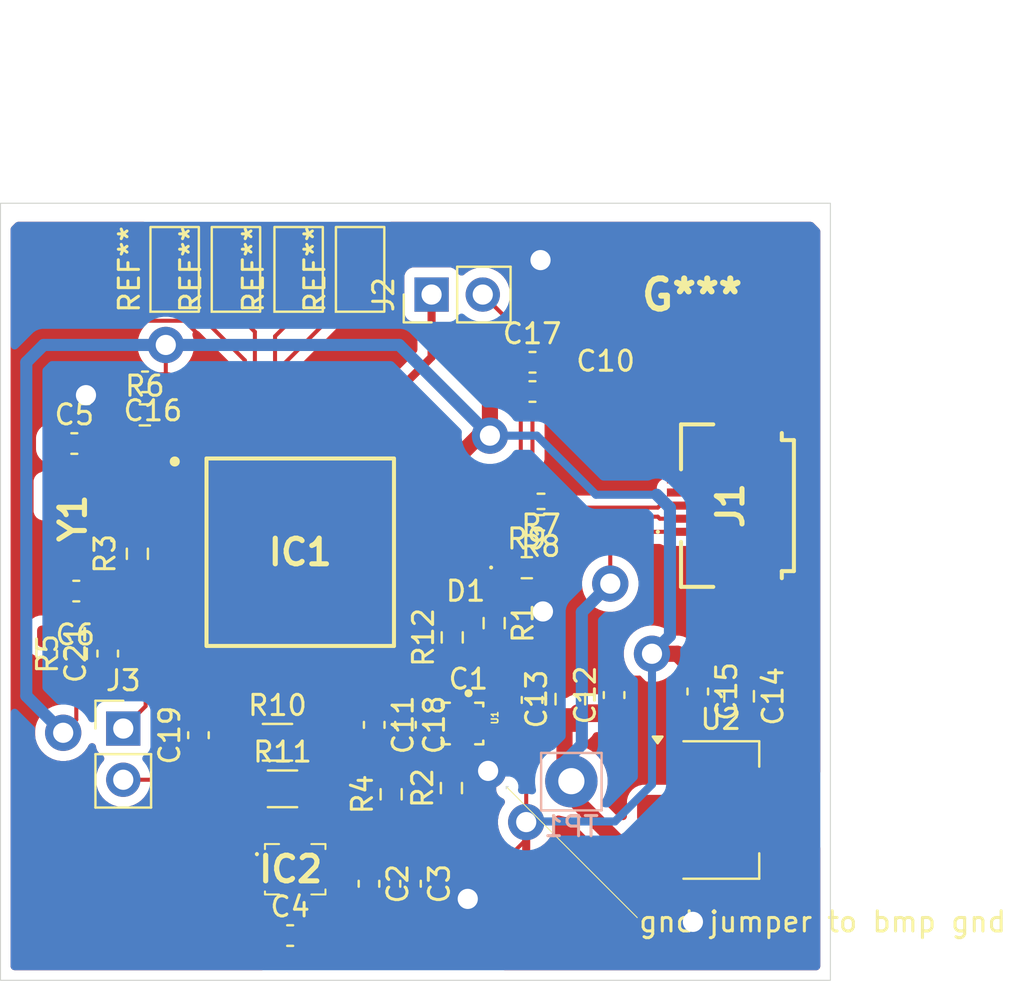
<source format=kicad_pcb>
(kicad_pcb (version 20241229) (generator "pcbnew") (generator_version "9.0")
  (layers (0 "F.Cu" signal) (2 "B.Cu" signal) (13 "F.Paste" user) (15 "B.Paste" user) (5 "F.SilkS" user "F.Silkscreen") (7 "B.SilkS" user "B.Silkscreen") (1 "F.Mask" user) (3 "B.Mask" user) (25 "Edge.Cuts" user))
  (net 0 "")
  (net 1 "/RCC_OUT")
  (net 2 "/RCC_IN")
  (net 3 "Net-(IC1-VCAP_2)")
  (net 4 "Net-(IC1-VCAP_1)")
  (net 5 "/USART2_RX")
  (net 7 "/SPI1_MOSI SPI1")
  (net 9 "/USART2_TX")
  (net 11 "/TIM4 PWM(4)")
  (net 13 "/LED_BLUE")
  (net 16 "/I2C2_SCL")
  (net 20 "/BUZZER OUTPUT")
  (net 27 "/SPI1_MISO SPI1")
  (net 28 "/BATT_CURRENT_SENS")
  (net 30 "/I2C2_SDA")
  (net 31 "/SPI1_CS")
  (net 32 "/SPI1_SCK SPI1")
  (net 34 "/TIM4 PWM(2)")
  (net 37 "/RSSI_ADC_PIN ADC1")
  (net 39 "/BATT_VOLTAGE_SENS")
  (net 45 "/TIM4 PWM(1)")
  (net 47 "/TIM4 PWM(3)")
  (net 58 "Net-(IC1-VDD_2)")
  (net 60 "+3.3V")
  (net 61 "GND")
  (net 62 "/NRST")
  (net 63 "/SWDIO")
  (net 64 "Net-(IC1-BOOT0)")
  (net 65 "/SWCLK")
  (net 66 "Net-(IC2-AP_SCL_{slash}_AP_SCLK)")
  (net 68 "+5V")
  (net 69 "Net-(U1-CSB)")
  (net 70 "Net-(Y1-CRYSTAL_1)")
  (net 71 "Net-(D1-K)")
  (net 72 "/OTG_FS_D+")
  (net 73 "/OTG_FS_D-")
  (net 74 "/D+")
  (net 75 "/D-")
  (net 76 "Net-(IC2-AP_CS)")
  (footprint "Capacitor_SMD:C_0603_1608Metric_Pad1.08x0.95mm_HandSolder" (layer "F.Cu") (at 143.03 108.1075 -90)
    (property "Reference" "C11")
    (property "Value" "2.2uF")
  )
  (footprint "Capacitor_SMD:C_0603_1608Metric_Pad1.08x0.95mm_HandSolder" (layer "F.Cu") (at 129.81 104.57 90)
    (property "Reference" "C20" (hide yes))
    (property "Value" "100nf")
  )
  (footprint "TestPoint:TestPoint_Keystone_5019_Miniature" (layer "F.Cu") (at 133.13 85.51 90)
    (property "Reference" "REF**")
    (property "Value" "TestPoint_Keystone_5019_Miniature")
  )
  (footprint "Capacitor_SMD:C_0603_1608Metric_Pad1.08x0.95mm_HandSolder" (layer "F.Cu") (at 142.77 115.99 -90)
    (property "Reference" "C2")
    (property "Value" "0.1uF")
  )
  (footprint "Connector_PinHeader_2.54mm:PinHeader_1x02_P2.54mm_Vertical" (layer "F.Cu") (at 130.58 108.29)
    (property "Reference" "J3")
    (property "Value" "Conn_01x02")
  )
  (footprint "Resistor_SMD:R_1206_3216Metric_Pad1.30x1.75mm_HandSolder" (layer "F.Cu") (at 138.48 111.28)
    (property "Reference" "R11")
    (property "Value" "R")
  )
  (footprint "LED_SMD:LED_0402_1005Metric_Pad0.77x0.64mm_HandSolder" (layer "F.Cu") (at 147.565 100.3 180)
    (property "Reference" "D1")
    (property "Value" "LED")
  )
  (footprint "Resistor_SMD:R_0603_1608Metric_Pad0.98x0.95mm_HandSolder" (layer "F.Cu") (at 146.9 103.7675 90)
    (property "Reference" "R12")
    (property "Value" "0R")
  )
  (footprint "Capacitor_SMD:C_0805_2012Metric_Pad1.18x1.45mm_HandSolder" (layer "F.Cu") (at 161.131252 106.688752 -90)
    (property "Reference" "C14")
    (property "Value" "10uf")
  )
  (footprint "Footprint:10104111-0001LF" (layer "F.Cu") (at 161.05 97.23 90)
    (property "Reference" "J1")
    (property "Value" "10104111-0001LF" (hide yes))
  )
  (footprint "Capacitor_SMD:C_0603_1608Metric_Pad1.08x0.95mm_HandSolder" (layer "F.Cu") (at 150.86 106.87 90)
    (property "Reference" "C1")
    (property "Value" "100nF")
  )
  (footprint "Footprint:BMP388" (layer "F.Cu") (at 147.41 108.04 -90)
    (property "Reference" "U1")
    (property "Value" "BMP388")
  )
  (footprint "Footprint:X32258MOB4SI" (layer "F.Cu") (at 128.08 97.86 90)
    (property "Reference" "Y1")
    (property "Value" "X32258MOB4SI" (hide yes))
  )
  (footprint "Resistor_SMD:R_0603_1608Metric_Pad0.98x0.95mm_HandSolder" (layer "F.Cu") (at 150.6 100.31)
    (property "Reference" "R9")
    (property "Value" "1k")
  )
  (footprint "Resistor_SMD:R_0603_1608Metric_Pad0.98x0.95mm_HandSolder" (layer "F.Cu") (at 146.86 111.2425 90)
    (property "Reference" "R2")
    (property "Value" "4.7k")
  )
  (footprint "Capacitor_SMD:C_0603_1608Metric_Pad1.08x0.95mm_HandSolder" (layer "F.Cu") (at 128.25 101.47 180)
    (property "Reference" "C6")
    (property "Value" "C")
  )
  (footprint "Resistor_SMD:R_0402_1005Metric_Pad0.72x0.64mm_HandSolder" (layer "F.Cu") (at 151.305 97.02 180)
    (property "Reference" "R7")
    (property "Value" "22R")
  )
  (footprint "TestPoint:TestPoint_Keystone_5019_Miniature" (layer "F.Cu") (at 142.33 85.51 90)
    (property "Reference" "REF**")
    (property "Value" "TestPoint_Keystone_5019_Miniature")
  )
  (footprint "Capacitor_SMD:C_0603_1608Metric_Pad1.08x0.95mm_HandSolder" (layer "F.Cu") (at 126.78 104.58 -90)
    (property "Reference" "C21")
    (property "Value" "100nf")
  )
  (footprint "Footprint:STM32F405RGT6" (layer "F.Cu") (at 139.36 99.542)
    (property "Reference" "IC1")
    (property "Value" "STM32F405RGT6" (hide yes))
  )
  (footprint "Capacitor_SMD:C_0805_2012Metric_Pad1.18x1.45mm_HandSolder" (layer "F.Cu") (at 152.76 106.83 90)
    (property "Reference" "C13")
    (property "Value" "10uf")
  )
  (footprint "Connector_PinHeader_2.54mm:PinHeader_1x02_P2.54mm_Vertical" (layer "F.Cu") (at 145.875 86.76 90)
    (property "Reference" "J2")
    (property "Value" "Conn_01x02")
  )
  (footprint "Capacitor_SMD:C_0603_1608Metric_Pad1.08x0.95mm_HandSolder" (layer "F.Cu") (at 128.1525 94.15)
    (property "Reference" "C5")
    (property "Value" "C")
  )
  (footprint "Capacitor_SMD:C_0603_1608Metric_Pad1.08x0.95mm_HandSolder" (layer "F.Cu") (at 134.31 108.62 90)
    (property "Reference" "C19")
    (property "Value" "100nf")
  )
  (footprint "Capacitor_SMD:C_0603_1608Metric_Pad1.08x0.95mm_HandSolder" (layer "F.Cu") (at 154.93 106.6275 90)
    (property "Reference" "C12")
    (property "Value" "100nf")
  )
  (footprint "Capacitor_SMD:C_0603_1608Metric_Pad1.08x0.95mm_HandSolder" (layer "F.Cu") (at 159.081252 106.451252 -90)
    (property "Reference" "C15")
    (property "Value" "100nf")
  )
  (footprint "Resistor_SMD:R_0603_1608Metric_Pad0.98x0.95mm_HandSolder" (layer "F.Cu") (at 143.87 111.55 90)
    (property "Reference" "R4")
    (property "Value" "4.7k")
  )
  (footprint "Package_TO_SOT_SMD:SOT-223-3_TabPin2" (layer "F.Cu") (at 160.22 112.33)
    (property "Reference" "U2")
    (property "Value" "AMS1117-3.3")
  )
  (footprint "LOGO" (layer "F.Cu") (at 158.8 86.78)
    (property "Reference" "G***")
    (property "Value" "LOGO" (hide yes))
  )
  (footprint "TestPoint:TestPoint_Keystone_5019_Miniature" (layer "F.Cu") (at 136.17 85.51 90)
    (property "Reference" "REF**")
    (property "Value" "TestPoint_Keystone_5019_Miniature")
  )
  (footprint "TestPoint:TestPoint_Keystone_5019_Miniature" (layer "F.Cu") (at 139.28 85.51 90)
    (property "Reference" "REF**")
    (property "Value" "TestPoint_Keystone_5019_Miniature")
  )
  (footprint "Capacitor_SMD:C_0603_1608Metric_Pad1.08x0.95mm_HandSolder" (layer "F.Cu") (at 138.86 118.56)
    (property "Reference" "C4")
    (property "Value" "2.2uF")
  )
  (footprint "Resistor_SMD:R_0603_1608Metric_Pad0.98x0.95mm_HandSolder" (layer "F.Cu") (at 131.28 99.62 90)
    (property "Reference" "R3")
    (property "Value" "150")
  )
  (footprint "Resistor_SMD:R_0603_1608Metric_Pad0.98x0.95mm_HandSolder" (layer "F.Cu") (at 131.65 92.73)
    (property "Reference" "R6")
    (property "Value" "10k")
  )
  (footprint "Capacitor_SMD:C_0603_1608Metric_Pad1.08x0.95mm_HandSolder" (layer "F.Cu") (at 150.8825 90.12)
    (property "Reference" "C17")
    (property "Value" "100nf")
  )
  (footprint "Resistor_SMD:R_0603_1608Metric_Pad0.98x0.95mm_HandSolder" (layer "F.Cu") (at 148.98 103.06 -90)
    (property "Reference" "R1")
    (property "Value" "4.7k")
  )
  (footprint "Capacitor_SMD:C_0603_1608Metric_Pad1.08x0.95mm_HandSolder" (layer "F.Cu") (at 131.66 91.09 180)
    (property "Reference" "C16")
    (property "Value" "100nf")
  )
  (footprint "Capacitor_SMD:C_0603_1608Metric_Pad1.08x0.95mm_HandSolder" (layer "F.Cu") (at 150.88 91.57)
    (property "Reference" "C10")
    (property "Value" "2.2uF")
  )
  (footprint "Resistor_SMD:R_1206_3216Metric_Pad1.30x1.75mm_HandSolder" (layer "F.Cu") (at 138.23 108.97)
    (property "Reference" "R10")
    (property "Value" "R")
  )
  (footprint "Footprint:ICM-42670-P" (layer "F.Cu") (at 139.11 115.27)
    (property "Reference" "IC2")
    (property "Value" "ICM-42670-P" (hide yes))
  )
  (footprint "Resistor_SMD:R_0603_1608Metric_Pad0.98x0.95mm_HandSolder" (layer "F.Cu") (at 128.25 104.58 90)
    (property "Reference" "R5")
    (property "Value" "10K")
  )
  (footprint "Capacitor_SMD:C_0603_1608Metric_Pad1.08x0.95mm_HandSolder" (layer "F.Cu") (at 144.83 115.9875 -90)
    (property "Reference" "C3")
    (property "Value" "2.2uF")
  )
  (footprint "Capacitor_SMD:C_0603_1608Metric_Pad1.08x0.95mm_HandSolder" (layer "F.Cu") (at 144.58 108.1075 -90)
    (property "Reference" "C18")
    (property "Value" "100nf")
  )
  (footprint "Resistor_SMD:R_0402_1005Metric_Pad0.72x0.64mm_HandSolder" (layer "F.Cu") (at 151.2875 98.08 180)
    (property "Reference" "R8")
    (property "Value" "22R")
  )
  (footprint "Connector_Pin:Pin_D1.3mm_L11.3mm_W2.8mm_Flat" (layer "B.Cu") (at 152.81 110.9 180)
    (property "Reference" "TP1")
    (property "Value" "TestPoint")
  )
  (gr_line (start 149.58 111.17) (end 156.08 117.67) (stroke (width 0.05)) (layer "F.SilkS"))
  (gr_line (start 149.58 111.17) (end 149.68 111.17) (stroke (width 0.05)) (layer "Edge.Cuts"))
  (gr_rect (start 124.49 82.23) (end 165.66 120.78) (stroke (width 0.05)) (fill no) (layer "Edge.Cuts"))
  (gr_line (start 149.58 111.28) (end 149.58 111.17) (stroke (width 0.05)) (layer "Edge.Cuts"))
  (gr_text "gnd jumper to bmp gnd \n" (at 156.08 118.46 0) (layer "F.SilkS") (effects (font (size 1 1)) (justify left bottom)))
  (segment (start 131.6955 98.292) (end 133.622 98.292) (width 0.2) (layer "F.Cu") (net 1))
  (segment (start 131.28 98.7075) (end 131.6955 98.292) (width 0.2) (layer "F.Cu") (net 1))
  (segment (start 127.23 96.76) (end 127.23 94.21) (width 0.2) (layer "F.Cu") (net 2))
  (segment (start 127.23 96.76) (end 127.23 96.962) (width 0.2) (layer "F.Cu") (net 2))
  (segment (start 128.06 97.792) (end 133.622 97.792) (width 0.2) (layer "F.Cu") (net 2))
  (segment (start 127.23 94.21) (end 127.29 94.15) (width 0.2) (layer "F.Cu") (net 2))
  (segment (start 127.23 96.962) (end 128.06 97.792) (width 0.2) (layer "F.Cu") (net 2))
  (segment (start 150.3 94.6) (end 150.3 92.37) (width 0.2) (layer "F.Cu") (net 3))
  (segment (start 145.098 96.292) (end 148.608 96.292) (width 0.2) (layer "F.Cu") (net 3))
  (segment (start 148.608 96.292) (end 150.3 94.6) (width 0.2) (layer "F.Cu") (net 3))
  (segment (start 150.3 92.37) (end 150.0175 92.0875) (width 0.2) (layer "F.Cu") (net 3))
  (segment (start 150.0175 92.0875) (end 150.0175 91.57) (width 0.2) (layer "F.Cu") (net 3))
  (segment (start 142.61 106.2695) (end 143.03 106.6895) (width 0.2) (layer "F.Cu") (net 4))
  (segment (start 142.61 105.28) (end 142.61 106.2695) (width 0.2) (layer "F.Cu") (net 4))
  (segment (start 143.03 106.6895) (end 143.03 107.245) (width 0.2) (layer "F.Cu") (net 4))
  (segment (start 130.58 108.29) (end 131.69 107.18) (width 0.2) (layer "F.Cu") (net 5))
  (segment (start 132.6951 102.792) (end 133.622 102.792) (width 0.2) (layer "F.Cu") (net 5))
  (segment (start 131.69 107.18) (end 131.69 103.7971) (width 0.2) (layer "F.Cu") (net 5))
  (segment (start 131.69 103.7971) (end 132.6951 102.792) (width 0.2) (layer "F.Cu") (net 5))
  (segment (start 138.61 114.37) (end 138.61 105.28) (width 0.2) (layer "F.Cu") (net 7))
  (segment (start 132.808 103.292) (end 132.25 103.85) (width 0.2) (layer "F.Cu") (net 9))
  (segment (start 133.622 103.292) (end 132.808 103.292) (width 0.2) (layer "F.Cu") (net 9))
  (segment (start 132.25 110.51) (end 131.93 110.83) (width 0.2) (layer "F.Cu") (net 9))
  (segment (start 131.93 110.83) (end 130.58 110.83) (width 0.2) (layer "F.Cu") (net 9))
  (segment (start 132.25 103.85) (end 132.25 110.51) (width 0.2) (layer "F.Cu") (net 9))
  (segment (start 136.61 90.02) (end 133.13 86.54) (width 0.2) (layer "F.Cu") (net 11))
  (segment (start 136.61 93.804) (end 136.61 90.02) (width 0.2) (layer "F.Cu") (net 11))
  (segment (start 133.13 86.54) (end 133.13 85.51) (width 0.2) (layer "F.Cu") (net 11))
  (segment (start 146.9845 100.292) (end 146.9925 100.3) (width 0.2) (layer "F.Cu") (net 13))
  (segment (start 145.098 100.292) (end 146.9845 100.292) (width 0.2) (layer "F.Cu") (net 13))
  (segment (start 142.0605 103.84) (end 144.96 103.84) (width 0.2) (layer "F.Cu") (net 16))
  (segment (start 148.8475 103.84) (end 148.98 103.9725) (width 0.2) (layer "F.Cu") (net 16))
  (segment (start 144.96 103.84) (end 145.67 103.84) (width 0.2) (layer "F.Cu") (net 16))
  (segment (start 147.16 107.275) (end 147.16 106.99) (width 0.2) (layer "F.Cu") (net 16))
  (segment (start 141.61 104.2905) (end 142.0605 103.84) (width 0.2) (layer "F.Cu") (net 16))
  (segment (start 147.16 106.99) (end 148.98 105.17) (width 0.2) (layer "F.Cu") (net 16))
  (segment (start 148.98 105.17) (end 148.98 103.9725) (width 0.2) (layer "F.Cu") (net 16))
  (segment (start 141.61 105.28) (end 141.61 104.2905) (width 0.2) (layer "F.Cu") (net 16))
  (segment (start 144.96 103.84) (end 148.8475 103.84) (width 0.2) (layer "F.Cu") (net 16))
  (segment (start 137.96 114.52) (end 138.159 114.321) (width 0.2) (layer "F.Cu") (net 27))
  (segment (start 138.159 114.321) (end 138.159 105.261) (width 0.2) (layer "F.Cu") (net 27))
  (segment (start 146.0029 108.04) (end 145.5 108.5429) (width 0.2) (layer "F.Cu") (net 30))
  (segment (start 141.956272 110.146272) (end 142.4475 110.6375) (width 0.2) (layer "F.Cu") (net 30))
  (segment (start 145.1825 110.6375) (end 143.87 110.6375) (width 0.2) (layer "F.Cu") (net 30))
  (segment (start 146.645 108.04) (end 146.0029 108.04) (width 0.2) (layer "F.Cu") (net 30))
  (segment (start 142.4475 110.6375) (end 143.87 110.6375) (width 0.2) (layer "F.Cu") (net 30))
  (segment (start 145.5 108.5429) (end 145.5 110.32) (width 0.2) (layer "F.Cu") (net 30))
  (segment (start 142.11 105.28) (end 142.11 106.164772) (width 0.2) (layer "F.Cu") (net 30))
  (segment (start 142.11 106.164772) (end 141.956272 106.3185) (width 0.2) (layer "F.Cu") (net 30))
  (segment (start 145.5 110.32) (end 145.1825 110.6375) (width 0.2) (layer "F.Cu") (net 30))
  (segment (start 141.956272 106.3185) (end 141.956272 110.146272) (width 0.2) (layer "F.Cu") (net 30))
  (segment (start 137.11 108.54) (end 137.11 105.28) (width 0.2) (layer "F.Cu") (net 31))
  (segment (start 136.68 108.97) (end 137.11 108.54) (width 0.2) (layer "F.Cu") (net 31))
  (segment (start 136.93 111.28) (end 137.63 110.58) (width 0.2) (layer "F.Cu") (net 32))
  (segment (start 137.63 105.3) (end 137.61 105.28) (width 0.2) (layer "F.Cu") (net 32))
  (segment (start 137.63 110.58) (end 137.63 105.3) (width 0.2) (layer "F.Cu") (net 32))
  (segment (start 138.11 93.804) (end 138.11 88.83) (width 0.2) (layer "F.Cu") (net 34))
  (segment (start 138.11 93.804) (end 138.11 92.95) (width 0.2) (layer "F.Cu") (net 34))
  (segment (start 138.11 88.83) (end 139.28 87.66) (width 0.2) (layer "F.Cu") (net 34))
  (segment (start 139.28 87.66) (end 139.28 85.51) (width 0.2) (layer "F.Cu") (net 34))
  (segment (start 138.61 90.14) (end 142.33 86.42) (width 0.2) (layer "F.Cu") (net 45))
  (segment (start 138.61 93.804) (end 138.61 90.14) (width 0.2) (layer "F.Cu") (net 45))
  (segment (start 142.33 86.42) (end 142.33 85.51) (width 0.2) (layer "F.Cu") (net 45))
  (segment (start 137.11 88.61) (end 136.17 87.67) (width 0.2) (layer "F.Cu") (net 47))
  (segment (start 136.17 87.67) (end 136.17 85.51) (width 0.2) (layer "F.Cu") (net 47))
  (segment (start 137.11 93.804) (end 137.11 88.61) (width 0.2) (layer "F.Cu") (net 47))
  (segment (start 147 104.6925) (end 145.7475 104.6925) (width 0.2) (layer "F.Cu") (net 58))
  (segment (start 143.11 105.51) (end 144.58 106.98) (width 0.2) (layer "F.Cu") (net 58))
  (segment (start 145.7475 104.6925) (end 144.58 105.86) (width 0.2) (layer "F.Cu") (net 58))
  (segment (start 144.58 106.98) (end 144.58 107.245) (width 0.2) (layer "F.Cu") (net 58))
  (segment (start 144.58 105.86) (end 144.58 107.245) (width 0.2) (layer "F.Cu") (net 58))
  (segment (start 143.11 105.28) (end 143.11 105.51) (width 0.2) (layer "F.Cu") (net 58))
  (segment (start 149.39 90.12) (end 150.02 90.12) (width 0.8) (layer "F.Cu") (net 60))
  (segment (start 130.92 104.64) (end 130.92 103.4042) (width 0.2) (layer "F.Cu") (net 60))
  (segment (start 148.9325 102.1475) (end 148.1125 102.9675) (width 0.2) (layer "F.Cu") (net 60))
  (segment (start 137.9975 118.56) (end 137.9975 119.3575) (width 0.4) (layer "F.Cu") (net 60))
  (segment (start 148.77 93.76) (end 148.24 93.76) (width 0.8) (layer "F.Cu") (net 60))
  (segment (start 143.87 112.4625) (end 146.5525 112.4625) (width 0.2) (layer "F.Cu") (net 60))
  (segment (start 158.0725 104.58) (end 159.081252 105.588752) (width 0.8) (layer "F.Cu") (net 60))
  (segment (start 141.8775 116.02) (end 142.77 115.1275) (width 0.2) (layer "F.Cu") (net 60))
  (segment (start 161.068752 105.588752) (end 161.131252 105.651252) (width 0.8) (layer "F.Cu") (net 60))
  (segment (start 150.93 107.8325) (end 150.93 107.6225) (width 0.2) (layer "F.Cu") (net 60))
  (segment (start 148.1125 102.9675) (end 147 102.9675) (width 0.2) (layer "F.Cu") (net 60))
  (segment (start 147.66 107.275) (end 147.9021 107.275) (width 0.2) (layer "F.Cu") (net 60))
  (segment (start 135.58 107.54) (end 135.58 108.2125) (width 0.2) (layer "F.Cu") (net 60))
  (segment (start 130.1275 105.4325) (end 130.92 104.64) (width 0.2) (layer "F.Cu") (net 60))
  (segment (start 146.5525 112.4625) (end 146.86 112.155) (width 0.2) (layer "F.Cu") (net 60))
  (segment (start 148.24 93.76) (end 146.459 95.541) (width 0.8) (layer "F.Cu") (net 60))
  (segment (start 132.69 90.9225) (end 132.5225 91.09) (width 0.2) (layer "F.Cu") (net 60))
  (segment (start 148.77 93.76) (end 148.77 90.74) (width 0.8) (layer "F.Cu") (net 60))
  (segment (start 163.37 106.77) (end 163.37 112.33) (width 0.8) (layer "F.Cu") (net 60))
  (segment (start 150.15 110.790058) (end 150.15 108.4425) (width 0.2) (layer "F.Cu") (net 60))
  (segment (start 144.83 115.125) (end 144.83 114.44) (width 0.2) (layer "F.Cu") (net 60))
  (segment (start 135.58 108.2125) (end 134.31 109.4825) (width 0.2) (layer "F.Cu") (net 60))
  (segment (start 150.86 107.7325) (end 150.615 107.7325) (width 0.2) (layer "F.Cu") (net 60))
  (segment (start 150.903388 113.46) (end 149.238388 115.125) (width 0.2) (layer "F.Cu") (net 60))
  (segment (start 127.6 108.5) (end 128.25 107.85) (width 0.2) (layer "F.Cu") (net 60))
  (segment (start 161.131252 105.651252) (end 162.251252 105.651252) (width 0.8) (layer "F.Cu") (net 60))
  (segment (start 150.04 103.2075) (end 148.98 102.1475) (width 0.2) (layer "F.Cu") (net 60))
  (segment (start 134.31 109.4825) (end 134.31 117.09) (width 0.4) (layer "F.Cu") (net 60))
  (segment (start 134.67 91.09) (end 132.5225 91.09) (width 0.2) (layer "F.Cu") (net 60))
  (segment (start 136.61 106.51) (end 135.58 107.54) (width 0.2) (layer "F.Cu") (net 60))
  (segment (start 137.9975 118.56) (end 138.61 117.9475) (width 0.2) (layer "F.Cu") (net 60))
  (segment (start 130.92 103.4042) (end 132.5322 101.792) (width 0.2) (layer "F.Cu") (net 60))
  (segment (start 150.57 112.93) (end 150.57 111.210058) (width 0.2) (layer "F.Cu") (net 60))
  (segment (start 150.15 108.4425) (end 150.86 107.7325) (width 0.2) (layer "F.Cu") (net 60))
  (segment (start 150.57 112.93) (end 150.04 113.46) (width 0.2) (layer "F.Cu") (net 60))
  (segment (start 134.31 117.09) (end 135.78 118.56) (width 0.4) (layer "F.Cu") (net 60))
  (segment (start 147.91 107.275) (end 148.175 107.54) (width 0.2) (layer "F.Cu") (net 60))
  (segment (start 145.098 95.792) (end 146.208 95.792) (width 0.2) (layer "F.Cu") (net 60))
  (segment (start 156.81 104.58) (end 158.0725 104.58) (width 0.8) (layer "F.Cu") (net 60))
  (segment (start 143.87 113.48) (end 143.87 112.4625) (width 0.2) (layer "F.Cu") (net 60))
  (segment (start 146.208 95.792) (end 148.24 93.76) (width 0.2) (layer "F.Cu") (net 60))
  (segment (start 144.8275 115.1275) (end 144.83 115.125) (width 0.2) (layer "F.Cu") (net 60))
  (segment (start 150.6675 107.54) (end 150.86 107.7325) (width 0.2) (layer "F.Cu") (net 60))
  (segment (start 146.459 95.541) (end 144.64 95.541) (width 0.8) (layer "F.Cu") (net 60))
  (segment (start 144.83 114.44) (end 143.87 113.48) (width 0.2) (layer "F.Cu") (net 60))
  (segment (start 148.77 90.74) (end 149.39 90.12) (width 0.8) (layer "F.Cu") (net 60))
  (segment (start 148.175 107.54) (end 150.6675 107.54) (width 0.2) (layer "F.Cu") (net 60))
  (segment (start 162.251252 105.651252) (end 163.37 106.77) (width 0.8) (layer "F.Cu") (net 60))
  (segment (start 150.57 111.210058) (end 150.15 110.790058) (width 0.2) (layer "F.Cu") (net 60))
  (segment (start 147.66 107.275) (end 147.91 107.275) (width 0.2) (layer "F.Cu") (net 60))
  (segment (start 128.25 105.4925) (end 129.75 105.4925) (width 0.2) (layer "F.Cu") (net 60))
  (segment (start 137.9975 119.3575) (end 138.49 119.85) (width 0.4) (layer "F.Cu") (net 60))
  (segment (start 136.61 105.28) (end 136.61 106.51) (width 0.2) (layer "F.Cu") (net 60))
  (segment (start 132.69 89.26) (end 132.69 90.9225) (width 0.2) (layer "F.Cu") (net 60))
  (segment (start 132.5322 101.792) (end 133.622 101.792) (width 0.2) (layer "F.Cu") (net 60))
  (segment (start 134.67 91.09) (end 135.61 92.03) (width 0.2) (layer "F.Cu") (net 60))
  (segment (start 150.57 117.74) (end 150.57 112.93) (width 0.4) (layer "F.Cu") (net 60))
  (segment (start 135.61 92.03) (end 135.61 93.804) (width 0.2) (layer "F.Cu") (net 60))
  (segment (start 129.75 105.4925) (end 129.81 105.4325) (width 0.2) (layer "F.Cu") (net 60))
  (segment (start 148.46 119.85) (end 150.57 117.74) (width 0.4) (layer "F.Cu") (net 60))
  (segment (start 149.238388 115.125) (end 144.83 115.125) (width 0.2) (layer "F.Cu") (net 60))
  (segment (start 148.98 102.1475) (end 148.9325 102.1475) (width 0.2) (layer "F.Cu") (net 60))
  (segment (start 163.37 112.33) (end 157.07 112.33) (width 0.8) (layer "F.Cu") (net 60))
  (segment (start 150.04 113.46) (end 150.57 113.46) (width 0.2) (layer "F.Cu") (net 60))
  (segment (start 150.04 105.1371) (end 150.04 103.2075) (width 0.2) (layer "F.Cu") (net 60))
  (segment (start 159.081252 105.588752) (end 161.068752 105.588752) (width 0.8) (layer "F.Cu") (net 60))
  (segment (start 128.25 107.85) (end 128.25 105.4925) (width 0.2) (layer "F.Cu") (net 60))
  (segment (start 129.81 105.4325) (end 130.1275 105.4325) (width 0.2) (layer "F.Cu") (net 60))
  (segment (start 142.77 115.1275) (end 144.8275 115.1275) (width 0.2) (layer "F.Cu") (net 60))
  (segment (start 135.78 118.56) (end 137.9975 118.56) (width 0.4) (layer "F.Cu") (net 60))
  (segment (start 138.61 117.9475) (end 138.61 116.17) (width 0.2) (layer "F.Cu") (net 60))
  (segment (start 138.49 119.85) (end 148.46 119.85) (width 0.4) (layer "F.Cu") (net 60))
  (segment (start 140.26 116.02) (end 141.8775 116.02) (width 0.2) (layer "F.Cu") (net 60))
  (segment (start 150.57 113.46) (end 150.57 117.74) (width 0.2) (layer "F.Cu") (net 60))
  (segment (start 147.9021 107.275) (end 150.04 105.1371) (width 0.2) (layer "F.Cu") (net 60))
  (via (at 132.69 89.26) (size 1.8) (drill 1) (layers "F.Cu" "B.Cu") (net 60))
  (via (at 156.81 104.58) (size 1.8) (drill 1) (layers "F.Cu" "B.Cu") (net 60))
  (via (at 150.57 112.93) (size 1.8) (drill 1) (layers "F.Cu" "B.Cu") (net 60))
  (via (at 148.77 93.76) (size 1.8) (drill 1) (layers "F.Cu" "B.Cu") (net 60))
  (via (at 127.6 108.5) (size 1.8) (drill 1) (layers "F.Cu" "B.Cu") (net 60))
  (segment (start 126.63 89.26) (end 132.69 89.26) (width 0.6) (layer "B.Cu") (net 60))
  (segment (start 154.97 112.9) (end 156.81 111.06) (width 0.4) (layer "B.Cu") (net 60))
  (segment (start 150.6 112.9) (end 154.97 112.9) (width 0.4) (layer "B.Cu") (net 60))
  (segment (start 151.1 93.76) (end 148.77 93.76) (width 0.4) (layer "B.Cu") (net 60))
  (segment (start 156.81 111.06) (end 156.81 104.58) (width 0.4) (layer "B.Cu") (net 60))
  (segment (start 144.27 89.26) (end 148.77 93.76) (width 0.6) (layer "B.Cu") (net 60))
  (segment (start 157.7 103.69) (end 156.81 104.58) (width 0.6) (layer "B.Cu") (net 60))
  (segment (start 150.329732 113.170268) (end 150.329732 113.19) (width 0.2) (layer "B.Cu") (net 60))
  (segment (start 125.769 106.669) (end 125.769 90.121) (width 0.6) (layer "B.Cu") (net 60))
  (segment (start 132.69 89.26) (end 144.27 89.26) (width 0.6) (layer "B.Cu") (net 60))
  (segment (start 127.6 108.5) (end 125.769 106.669) (width 0.6) (layer "B.Cu") (net 60))
  (segment (start 157.05 96.69) (end 157.7 97.34) (width 0.6) (layer "B.Cu") (net 60))
  (segment (start 150.57 112.93) (end 150.6 112.9) (width 0.4) (layer "B.Cu") (net 60))
  (segment (start 148.77 93.76) (end 148.88 93.87) (width 0.6) (layer "B.Cu") (net 60))
  (segment (start 157.7 97.34) (end 157.7 103.69) (width 0.6) (layer "B.Cu") (net 60))
  (segment (start 157.05 96.69) (end 154.03 96.69) (width 0.4) (layer "B.Cu") (net 60))
  (segment (start 154.03 96.69) (end 151.1 93.76) (width 0.4) (layer "B.Cu") (net 60))
  (segment (start 150.57 112.93) (end 150.329732 113.170268) (width 0.2) (layer "B.Cu") (net 60))
  (segment (start 125.769 90.121) (end 126.63 89.26) (width 0.6) (layer "B.Cu") (net 60))
  (segment (start 133.619 88.059) (end 136.11 90.55) (width 0.2) (layer "F.Cu") (net 61))
  (segment (start 130.7375 90.1375) (end 130.7375 92.73) (width 0.2) (layer "F.Cu") (net 61))
  (segment (start 152.7875 105.765) (end 152.76 105.7925) (width 0.2) (layer "F.Cu") (net 61))
  (segment (start 158.25 95.93) (end 158.22 95.93) (width 0.2) (layer "F.Cu") (net 61))
  (segment (start 128.41 91.07) (end 127.12 91.07) (width 0.2) (layer "F.Cu") (net 61))
  (segment (start 153.54 91.57) (end 155.45 93.48) (width 0.8) (layer "F.Cu") (net 61))
  (segment (start 150.86 103.02) (end 150.86 106.0075) (width 0.2) (layer "F.Cu") (net 61))
  (segment (start 159.493752 107.726252) (end 159.081252 107.313752) (width 0.2) (layer "F.Cu") (net 61))
  (segment (start 131.191 88.059) (end 133.619 88.059) (width 0.2) (layer "F.Cu") (net 61))
  (segment (start 126.11 107.08) (end 125.4 106.37) (width 0.2) (layer "F.Cu") (net 61))
  (segment (start 125.4 99.8) (end 125.4 100.11) (width 0.2) (layer "F.Cu") (net 61))
  (segment (start 128.73 91.75) (end 129.02 91.46) (width 0.2) (layer "F.Cu") (net 61))
  (segment (start 125.4 100.88) (end 125.99 101.47) (width 0.2) (layer "F.Cu") (net 61))
  (segment (start 126.78 105.4425) (end 126.78 105.15) (width 0.2) (layer "F.Cu") (net 61))
  (segment (start 151.4 102.48) (end 150.86 103.02) (width 0.2) (layer "F.Cu") (net 61))
  (segment (start 127.12 91.07) (end 125.4 92.79) (width 0.2) (layer "F.Cu") (net 61))
  (segment (start 129.015 92.745) (end 129.015 94.15) (width 0.2) (layer "F.Cu") (net 61))
  (segment (start 125.4 92.79) (end 125.4 100.11) (width 0.2) (layer "F.Cu") (net 61))
  (segment (start 152.76 105.7925) (end 152.9275 105.7925) (width 0.2) (layer "F.Cu") (net 61))
  (segment (start 125.4 100.77) (end 125.4 100.88) (width 0.2) (layer "F.Cu") (net 61))
  (segment (start 146.27 111.18) (end 145.901 110.811) (width 0.2) (layer "F.Cu") (net 61))
  (segment (start 132.4651 101.292) (end 130.0496 103.7075) (width 0.2) (layer "F.Cu") (net 61))
  (segment (start 129.925 89.325) (end 130.7375 90.1375) (width 0.2) (layer "F.Cu") (net 61))
  (segment (start 145.901 110.811) (end 145.901 108.709) (width 0.2) (layer "F.Cu") (net 61))
  (segment (start 128.9975 104.52) (end 129.81 103.7075) (width 0.2) (layer "F.Cu") (net 61))
  (segment (start 130.0496 103.7075) (end 129.81 103.7075) (width 0.2) (layer "F.Cu") (net 61))
  (segment (start 157.846248 107.313752) (end 159.081252 107.313752) (width 0.2) (layer "F.Cu") (net 61))
  (segment (start 147.67 116.74) (end 147.43 116.5) (width 0.2) (layer "F.Cu") (net 61))
  (segment (start 134.622 107.7575) (end 134.31 107.7575) (width 0.2) (layer "F.Cu") (net 61))
  (segment (start 144.58 108.62) (end 145.66 107.54) (width 0.2) (layer "F.Cu") (net 61))
  (segment (start 133.5925 107.7575) (end 134.31 107.7575) (width 0.2) (layer "F.Cu") (net 61))
  (segment (start 157.846248 107.313752) (end 157.733752 107.313752) (width 0.2) (layer "F.Cu") (net 61))
  (segment (start 133.11 112.43) (end 133.11 108.24) (width 0.2) (layer "F.Cu") (net 61))
  (segment (start 159.081252 107.313752) (end 160.718752 107.313752) (width 0.2) (layer "F.Cu") (net 61))
  (segment (start 128.11 113.27) (end 132.27 113.27) (width 0.2) (layer "F.Cu") (net 61))
  (segment (start 126.78 105.4425) (end 126.78 105.21) (width 0.2) (layer "F.Cu") (net 61))
  (segment (start 142.77 116.8525) (end 144.8275 116.8525) (width 0.2) (layer "F.Cu") (net 61))
  (segment (start 128.73 91.75) (end 128.73 91.39) (width 0.2) (layer "F.Cu") (net 61))
  (segment (start 160.718752 107.313752) (end 161.131252 107.726252) (width 0.2) (layer "F.Cu") (net 61))
  (segment (start 126.11 106.1125) (end 126.11 107.08) (width 0.2) (layer "F.Cu") (net 61))
  (segment (start 146.99 116.5) (end 146.6 116.89) (width 0.2) (layer "F.Cu") (net 61))
  (segment (start 148.68 110.39) (end 147.89 111.18) (width 0.2) (layer "F.Cu") (net 61))
  (segment (start 152.9275 105.7925) (end 152.955 105.765) (width 0.2) (layer "F.Cu") (net 61))
  (segment (start 152.955 105.765) (end 154.93 105.765) (width 0.2) (layer "F.Cu") (net 61))
  (segment (start 151.745 91.5675) (end 151.7425 91.57) (width 0.8) (layer "F.Cu") (net 61))
  (segment (start 155.45 93.48) (end 161.1 93.48) (width 0.8) (layer "F.Cu") (net 61))
  (segment (start 129.02 91.46) (end 129.02 90.23) (width 0.2) (layer "F.Cu") (net 61))
  (segment (start 160.95 95.93) (end 161.1 96.08) (width 0.2) (layer "F.Cu") (net 61))
  (segment (start 128.73 91.39) (end 128.41 91.07) (width 0.2) (layer "F.Cu") (net 61))
  (segment (start 136.11 105.28) (end 136.11 106.2695) (width 0.2) (layer "F.Cu") (net 61))
  (segment (start 145.66 107.54) (end 146.645 107.54) (width 0.2) (layer "F.Cu") (net 61))
  (segment (start 157.07 110.03) (end 157.07 108.09) (width 0.2) (layer "F.Cu") (net 61))
  (segment (start 126.11 111.27) (end 128.11 113.27) (width 0.2) (layer "F.Cu") (net 61))
  (segment (start 126.11 107.08) (end 126.11 111.27) (width 0.2) (layer "F.Cu") (net 61))
  (segment (start 151.7425 91.57) (end 153.54 91.57) (width 0.8) (layer "F.Cu") (net 61))
  (segment (start 136.11 102.09) (end 136.11 105.28) (width 0.2) (layer "F.Cu") (net 61))
  (segment (start 146.07 108.54) (end 146.645 108.54) (width 0.2) (layer "F.Cu") (net 61))
  (segment (start 136.11 90.55) (end 136.11 93.804) (width 0.2) (layer "F.Cu") (net 61))
  (segment (start 148.89 109.255) (end 148.175 108.54) (width 0.2) (layer "F.Cu") (net 61))
  (segment (start 141.0625 118.56) (end 142.77 116.8525) (width 0.2) (layer "F.Cu") (net 61))
  (segment (start 146.6 116.89) (end 144.87 116.89) (width 0.2) (layer "F.Cu") (net 61))
  (segment (start 152.545 106.0075) (end 152.76 105.7925) (width 0.2) (layer "F.Cu") (net 61))
  (segment (start 129.015 96.675) (end 128.93 96.76) (width 0.2) (layer "F.Cu") (net 61))
  (segment (start 129.02 92.04) (end 129.02 92.74) (width 0.2) (layer "F.Cu") (net 61))
  (segment (start 157.07 108.09) (end 157.846248 107.313752) (width 0.2) (layer "F.Cu") (net 61))
  (segment (start 136.11 106.2695) (end 134.622 107.7575) (width 0.2) (layer "F.Cu") (net 61))
  (segment (start 152.76 101.44) (end 152.76 105.7925) (width 0.2) (layer "F.Cu") (net 61))
  (segment (start 151.63 100.31) (end 152.76 101.44) (width 0.2) (layer "F.Cu") (net 61))
  (segment (start 126.78 105.4425) (end 126.78 105.35) (width 0.2) (layer "F.Cu") (net 61))
  (segment (start 150.9225 106.1) (end 150.93 106.1075) (width 0.2) (layer "F.Cu") (net 61))
  (segment (start 161.1 100.98) (end 161.1 93.48) (width 0.8) (layer "F.Cu") (net 61))
  (segment (start 158.25 95.93) (end 160.95 95.93) (width 0.2) (layer "F.Cu") (net 61))
  (segment (start 145.901 108.709) (end 146.07 108.54) (width 0.2) (layer "F.Cu") (net 61))
  (segment (start 139.7225 118.56) (end 141.0625 118.56) (width 0.2) (layer "F.Cu") (net 61))
  (segment (start 144.58 108.97) (end 143.03 108.97) (width 0.2) (layer "F.Cu") (net 61))
  (segment (start 129.02 90.23) (end 129.925 89.325) (width 0.2) (layer "F.Cu") (net 61))
  (segment (start 151.5125 100.31) (end 151.63 100.31) (width 0.2) (layer "F.Cu") (net 61))
  (segment (start 133.622 101.292) (end 132.4651 101.292) (width 0.2) (layer "F.Cu") (net 61))
  (segment (start 129.02 92.74) (end 129.015 92.745) (width 0.2) (layer "F.Cu") (net 61))
  (segment (start 132.27 113.27) (end 133.11 112.43) (width 0.2) (layer "F.Cu") (net 61))
  (segment (start 126.78 105.4425) (end 126.11 106.1125) (width 0.2) (layer "F.Cu") (net 61))
  (segment (start 133.11 108.24) (end 133.5925 107.7575) (width 0.2) (layer "F.Cu") (net 61))
  (segment (start 144.8275 116.8525) (end 144.83 116.85) (width 0.2) (layer "F.Cu") (net 61))
  (segment (start 148.68 110.39) (end 148.89 110.18) (width 0.2) (layer "F.Cu") (net 61))
  (segment (start 135.312 101.292) (end 136.11 102.09) (width 0.2) (layer "F.Cu") (net 61))
  (segment (start 127.23 98.96) (end 126.24 98.96) (width 0.2) (layer "F.Cu") (net 61))
  (segment (start 150.86 106.0075) (end 152.545 106.0075) (width 0.2) (layer "F.Cu") (net 61))
  (segment (start 144.58 108.97) (end 144.58 108.62) (width 0.2) (layer "F.Cu") (net 61))
  (segment (start 139.11 117.9475) (end 139.7225 118.56) (width 0.2) (layer "F.Cu") (net 61))
  (segment (start 147.89 111.18) (end 146.27 111.18) (width 0.2) (layer "F.Cu") (net 61))
  (segment (start 125.4 106.37) (end 125.4 100.77) (width 0.2) (layer "F.Cu") (net 61))
  (segment (start 151.745 90.12) (end 151.745 91.5675) (width 0.8) (layer "F.Cu") (net 61))
  (segment (start 129.015 93.045) (end 129.015 94.15) (width 0.2) (layer "F.Cu") (net 61))
  (segment (start 160.43 100.31) (end 161.1 100.98) (width 0.2) (layer "F.Cu") (net 61))
  (segment (start 133.622 101.292) (end 135.312 101.292) (width 0.2) (layer "F.Cu") (net 61))
  (segment (start 148.89 110.18) (end 148.89 109.255) (width 0.2) (layer "F.Cu") (net 61))
  (segment (start 139.11 116.17) (end 139.11 117.9475) (width 0.2) (layer "F.Cu") (net 61))
  (segment (start 125.4 100.11) (end 125.4 100.77) (width 0.2) (layer "F.Cu") (net 61))
  (segment (start 156.185 105.765) (end 154.93 105.765) (width 0.2) (layer "F.Cu") (net 61))
  (segment (start 148.175 108.54) (end 148.175 108.04) (width 0.2) (layer "F.Cu") (net 61))
  (segment (start 157.733752 107.313752) (end 156.185 105.765) (width 0.2) (layer "F.Cu") (net 61))
  (segment (start 147.43 116.5) (end 146.99 116.5) (width 0.2) (layer "F.Cu") (net 61))
  (segment (start 126.78 105.35) (end 127.61 104.52) (width 0.2) (layer "F.Cu") (net 61))
  (segment (start 128.73 91.75) (end 129.02 92.04) (width 0.2) (layer "F.Cu") (net 61))
  (segment (start 129.925 89.325) (end 131.191 88.059) (width 0.2) (layer "F.Cu") (net 61))
  (segment (start 125.99 101.47) (end 127.3875 101.47) (width 0.2) (layer "F.Cu") (net 61))
  (segment (start 127.61 104.52) (end 128.9975 104.52) (width 0.2) (layer "F.Cu") (net 61))
  (segment (start 129.015 94.15) (end 129.015 96.675) (width 0.2) (layer "F.Cu") (net 61))
  (segment (start 143.0325 109.0025) (end 143.03 109.005) (width 0.2) (layer "F.Cu") (net 61))
  (segment (start 126.24 98.96) (end 125.4 99.8) (width 0.2) (layer "F.Cu") (net 61))
  (segment (start 144.87 116.89) (end 144.83 116.85) (width 0.2) (layer "F.Cu") (net 61))
  (via (at 147.67 116.74) (size 1.8) (drill 1) (layers "F.Cu" "B.Cu") (net 61))
  (via (at 148.68 110.39) (size 1.8) (drill 1) (layers "F.Cu" "B.Cu") (net 61))
  (via (at 151.4 102.48) (size 1.8) (drill 1) (layers "F.Cu" "B.Cu") (net 61))
  (via (at 158.84 117.88) (size 1.8) (drill 1) (layers "F.Cu" "B.Cu") (net 61))
  (via (at 151.28 85.05) (size 1.8) (drill 1) (layers "F.Cu" "B.Cu") (net 61))
  (via (at 128.73 91.75) (size 1.8) (drill 1) (layers "F.Cu" "B.Cu") (net 61))
  (segment (start 151.4 102.48) (end 151.4 103.47) (width 0.2) (layer "B.Cu") (net 61))
  (segment (start 147.67 116.62) (end 148.84 115.45) (width 0.2) (layer "B.Cu") (net 61))
  (segment (start 147.67 116.74) (end 147.67 116.62) (width 0.2) (layer "B.Cu") (net 61))
  (segment (start 148.84 110.55) (end 148.68 110.39) (width 0.2) (layer "B.Cu") (net 61))
  (segment (start 148.84 115.45) (end 148.84 110.55) (width 0.2) (layer "B.Cu") (net 61))
  (segment (start 129.02 93.27) (end 146.14 110.39) (width 0.2) (layer "B.Cu") (net 61))
  (segment (start 149.48 109.59) (end 148.68 110.39) (width 0.2) (layer "B.Cu") (net 61))
  (segment (start 128.73 91.75) (end 129.02 92.04) (width 0.2) (layer "B.Cu") (net 61))
  (segment (start 151.4 103.47) (end 149.48 105.39) (width 0.2) (layer "B.Cu") (net 61))
  (segment (start 146.14 110.39) (end 148.68 110.39) (width 0.2) (layer "B.Cu") (net 61))
  (segment (start 149.48 105.39) (end 149.48 109.59) (width 0.2) (layer "B.Cu") (net 61))
  (segment (start 129.02 92.04) (end 129.02 93.27) (width 0.2) (layer "B.Cu") (net 61))
  (segment (start 132.34 99.0845) (end 132.6325 98.792) (width 0.2) (layer "F.Cu") (net 62))
  (segment (start 132.34 100.85) (end 132.34 99.0845) (width 0.2) (layer "F.Cu") (net 62))
  (segment (start 128.25 103.6675) (end 129.4475 102.47) (width 0.2) (layer "F.Cu") (net 62))
  (segment (start 132.6325 98.792) (end 133.622 98.792) (width 0.2) (layer "F.Cu") (net 62))
  (segment (start 130.72 102.47) (end 132.34 100.85) (width 0.2) (layer "F.Cu") (net 62))
  (segment (start 129.4475 102.47) (end 130.72 102.47) (width 0.2) (layer "F.Cu") (net 62))
  (segment (start 128.2 103.7175) (end 128.25 103.6675) (width 0.2) (layer "F.Cu") (net 62))
  (segment (start 126.78 103.7175) (end 128.2 103.7175) (width 0.2) (layer "F.Cu") (net 62))
  (segment (start 148.948 96.792) (end 150.88 94.86) (width 0.2) (layer "F.Cu") (net 63))
  (segment (start 150.88 89.225) (end 148.415 86.76) (width 0.2) (layer "F.Cu") (net 63))
  (segment (start 150.88 94.86) (end 150.88 89.225) (width 0.2) (layer "F.Cu") (net 63))
  (segment (start 145.098 96.792) (end 148.948 96.792) (width 0.2) (layer "F.Cu") (net 63))
  (segment (start 137.61 93.804) (end 137.61 94.81) (width 0.2) (layer "F.Cu") (net 64))
  (segment (start 133.39 95.06) (end 132.5625 94.2325) (width 0.2) (layer "F.Cu") (net 64))
  (segment (start 132.5625 94.2325) (end 132.5625 92.73) (width 0.2) (layer "F.Cu") (net 64))
  (segment (start 137.61 94.81) (end 137.36 95.06) (width 0.2) (layer "F.Cu") (net 64))
  (segment (start 137.36 95.06) (end 133.39 95.06) (width 0.2) (layer "F.Cu") (net 64))
  (segment (start 143.161 92.601) (end 143.161 93.804) (width 0.4) (layer "F.Cu") (net 65))
  (segment (start 145.875 86.76) (end 145.875 89.865) (width 0.4) (layer "F.Cu") (net 65))
  (segment (start 143.15 92.59) (end 143.161 92.601) (width 0.4) (layer "F.Cu") (net 65))
  (segment (start 145.875 89.865) (end 143.15 92.59) (width 0.4) (layer "F.Cu") (net 65))
  (segment (start 139.11 114.37) (end 139.11 112.8) (width 0.2) (layer "F.Cu") (net 66))
  (segment (start 140.03 111.88) (end 140.03 111.28) (width 0.2) (layer "F.Cu") (net 66))
  (segment (start 139.11 112.8) (end 140.03 111.88) (width 0.2) (layer "F.Cu") (net 66))
  (segment (start 152.47 110.88) (end 152.47 108.1575) (width 0.8) (layer "F.Cu") (net 68))
  (segment (start 152.47 108.1575) (end 152.76 107.8675) (width 0.8) (layer "F.Cu") (net 68))
  (segment (start 153.1375 107.49) (end 152.76 107.8675) (width 0.8) (layer "F.Cu") (net 68))
  (segment (start 154.74 99.08) (end 155.29 98.53) (width 0.2) (layer "F.Cu") (net 68))
  (segment (start 155.29 98.53) (end 158.25 98.53) (width 0.2) (layer "F.Cu") (net 68))
  (segment (start 152.76 107.8675) (end 154.5525 107.8675) (width 0.2) (layer "F.Cu") (net 68))
  (segment (start 157.07 114.63) (end 155.808636 114.63) (width 0.8) (layer "F.Cu") (net 68))
  (segment (start 155.808636 114.63) (end 152.264318 111.085682) (width 0.8) (layer "F.Cu") (net 68))
  (segment (start 154.74 101.1) (end 154.74 99.08) (width 0.2) (layer "F.Cu") (net 68))
  (segment (start 154.93 107.49) (end 153.1375 107.49) (width 0.8) (layer "F.Cu") (net 68))
  (via (at 154.74 101.1) (size 1.8) (drill 1) (layers "F.Cu" "B.Cu") (net 68))
  (segment (start 153.33 102.51) (end 153.33 109.082078) (width 0.6) (layer "B.Cu") (net 68))
  (segment (start 152.47 110.88) (end 152.892078 110.88) (width 0.2) (layer "B.Cu") (net 68))
  (segment (start 154.74 101.1) (end 153.33 102.51) (width 0.6) (layer "B.Cu") (net 68))
  (segment (start 152.47 109.942078) (end 152.47 110.88) (width 0.6) (layer "B.Cu") (net 68))
  (segment (start 153.33 109.082078) (end 152.47 109.942078) (width 0.6) (layer "B.Cu") (net 68))
  (segment (start 147.16 108.805) (end 147.16 110.03) (width 0.2) (layer "F.Cu") (net 69))
  (segment (start 147.16 110.03) (end 146.86 110.33) (width 0.2) (layer "F.Cu") (net 69))
  (segment (start 131.28 100.5325) (end 130.5025 100.5325) (width 0.2) (layer "F.Cu") (net 70))
  (segment (start 130.5025 100.5325) (end 128.93 98.96) (width 0.2) (layer "F.Cu") (net 70))
  (segment (start 130.3425 101.47) (end 131.28 100.5325) (width 0.2) (layer "F.Cu") (net 70))
  (segment (start 129.1125 101.47) (end 130.3425 101.47) (width 0.2) (layer "F.Cu") (net 70))
  (segment (start 148.1375 100.3) (end 149.6775 100.3) (width 0.2) (layer "F.Cu") (net 71))
  (segment (start 149.6775 100.3) (end 149.6875 100.31) (width 0.2) (layer "F.Cu") (net 71))
  (segment (start 150.4105 97.317) (end 150.7075 97.02) (width 0.2) (layer "F.Cu") (net 72))
  (segment (start 145.098 97.292) (end 146.204251 97.292) (width 0.2) (layer "F.Cu") (net 72))
  (segment (start 146.204251 97.292) (end 146.229251 97.317) (width 0.2) (layer "F.Cu") (net 72))
  (segment (start 146.229251 97.317) (end 150.4105 97.317) (width 0.2) (layer "F.Cu") (net 72))
  (segment (start 146.204251 97.792) (end 146.229251 97.767) (width 0.2) (layer "F.Cu") (net 73))
  (segment (start 146.229251 97.767) (end 150.452 97.767) (width 0.2) (layer "F.Cu") (net 73))
  (segment (start 145.098 97.792) (end 146.204251 97.792) (width 0.2) (layer "F.Cu") (net 73))
  (segment (start 150.452 97.767) (end 150.695 98.01) (width 0.2) (layer "F.Cu") (net 73))
  (segment (start 158.25 97.23) (end 157.199999 97.23) (width 0.2) (layer "F.Cu") (net 74))
  (segment (start 157.199999 97.23) (end 157.099999 97.33) (width 0.2) (layer "F.Cu") (net 74))
  (segment (start 152.2125 97.33) (end 151.9025 97.02) (width 0.2) (layer "F.Cu") (net 74))
  (segment (start 157.099999 97.33) (end 152.2125 97.33) (width 0.2) (layer "F.Cu") (net 74))
  (segment (start 157.099999 97.78) (end 152.12 97.78) (width 0.2) (layer "F.Cu") (net 75))
  (segment (start 152.12 97.78) (end 151.89 98.01) (width 0.2) (layer "F.Cu") (net 75))
  (segment (start 158.25 97.88) (end 157.199999 97.88) (width 0.2) (layer "F.Cu") (net 75))
  (segment (start 157.199999 97.88) (end 157.099999 97.78) (width 0.2) (layer "F.Cu") (net 75))
  (segment (start 140.8 108.98) (end 140.03 108.98) (width 0.2) (layer "F.Cu") (net 76))
  (segment (start 140.88 112.66) (end 141.3 112.24) (width 0.2) (layer "F.Cu") (net 76))
  (segment (start 139.61 114.37) (end 139.61 113.17) (width 0.2) (layer "F.Cu") (net 76))
  (segment (start 141.3 112.24) (end 141.3 109.48) (width 0.2) (layer "F.Cu") (net 76))
  (segment (start 141.3 109.48) (end 140.8 108.98) (width 0.2) (layer "F.Cu") (net 76))
  (segment (start 140.12 112.66) (end 140.88 112.66) (width 0.2) (layer "F.Cu") (net 76))
  (segment (start 139.61 113.17) (end 140.12 112.66) (width 0.2) (layer "F.Cu") (net 76))
  (zone (net 0) (net_name "") (layer "F.Cu") (connect_pads (clearance 0)) (min_thickness 0.25)
    (keepout (tracks allowed) (vias allowed) (pads allowed) (copperpour not_allowed) (footprints allowed))
    (fill (thermal_gap 0.5) (thermal_bridge_width 0.5))
    (polygon (pts (xy 132.61 92.835356) (xy 132.61 106.285356) (xy 145.4 106.275356) (xy 145.4 107.435356) (xy 146.36 107.465356) (xy 147.52 105.695356) (xy 146.100109 105.574263) (xy 146.11 92.805356) (xy 132.64 92.805356)))
  )
  (zone (net 61) (net_name "GND") (layers "F.Cu" "B.Cu") (connect_pads yes (clearance 0.5)) (min_thickness 0.4) (fill yes (thermal_gap 0.5) (thermal_bridge_width 0.5))
    (polygon (pts (xy 125.29 83.15) (xy 124.89 83.55) (xy 124.89 120.28) (xy 124.91 120.3) (xy 165.21 120.3) (xy 165.21 83.6) (xy 164.76 83.15)))
  )
)
</source>
